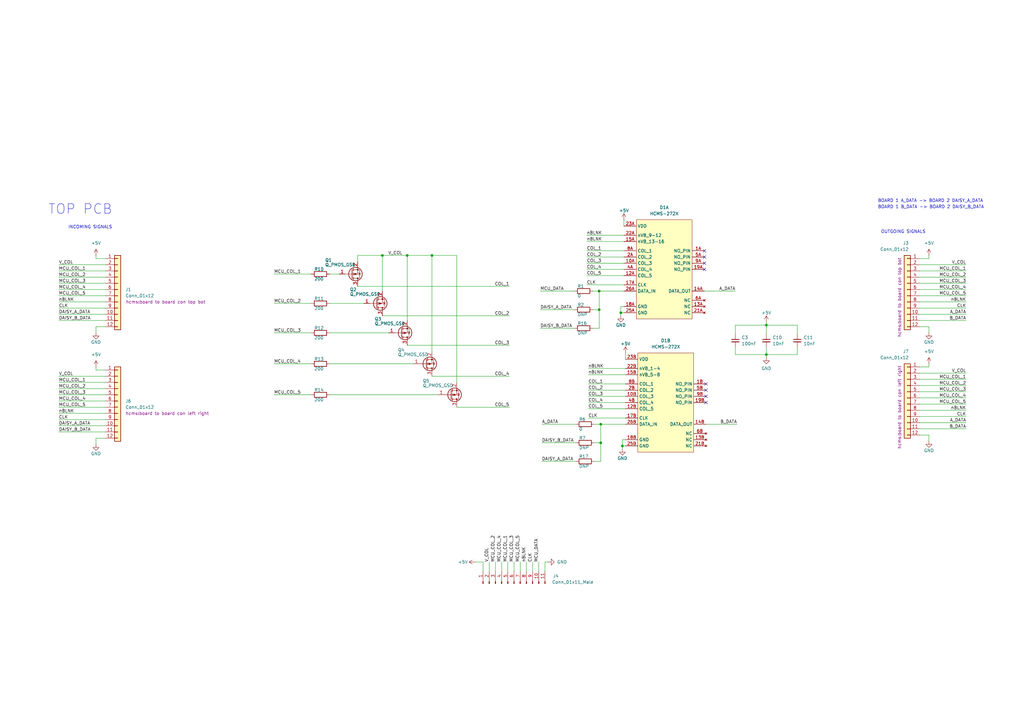
<source format=kicad_sch>
(kicad_sch (version 20211123) (generator eeschema)
  (paper "A3")
  (lib_symbols
    (symbol "Connector:Conn_01x11_Male" (pin_names (offset 1.016) hide)
      (property "Reference" "J" (at 0 15.24 0))
      (property "Value" "Conn_01x11_Male" (at 0 -15.24 0))
      (symbol "Conn_01x11_Male_1_1"
        (polyline (pts (xy 1.27 -12.7) (xy 0.8636 -12.7)) (stroke (width 0.1524)))
        (polyline (pts (xy 1.27 -10.16) (xy 0.8636 -10.16)) (stroke (width 0.1524)))
        (polyline (pts (xy 1.27 -7.62) (xy 0.8636 -7.62)) (stroke (width 0.1524)))
        (polyline (pts (xy 1.27 -5.08) (xy 0.8636 -5.08)) (stroke (width 0.1524)))
        (polyline (pts (xy 1.27 -2.54) (xy 0.8636 -2.54)) (stroke (width 0.1524)))
        (polyline (pts (xy 1.27 0) (xy 0.8636 0)) (stroke (width 0.1524)))
        (polyline (pts (xy 1.27 2.54) (xy 0.8636 2.54)) (stroke (width 0.1524)))
        (polyline (pts (xy 1.27 5.08) (xy 0.8636 5.08)) (stroke (width 0.1524)))
        (polyline (pts (xy 1.27 7.62) (xy 0.8636 7.62)) (stroke (width 0.1524)))
        (polyline (pts (xy 1.27 10.16) (xy 0.8636 10.16)) (stroke (width 0.1524)))
        (polyline (pts (xy 1.27 12.7) (xy 0.8636 12.7)) (stroke (width 0.1524)))
        (rectangle (start 0.8636 -12.573) (end 0 -12.827) (stroke (width 0.1524)) (fill (type outline)))
        (rectangle (start 0.8636 -10.033) (end 0 -10.287) (stroke (width 0.1524)) (fill (type outline)))
        (rectangle (start 0.8636 -7.493) (end 0 -7.747) (stroke (width 0.1524)) (fill (type outline)))
        (rectangle (start 0.8636 -4.953) (end 0 -5.207) (stroke (width 0.1524)) (fill (type outline)))
        (rectangle (start 0.8636 -2.413) (end 0 -2.667) (stroke (width 0.1524)) (fill (type outline)))
        (rectangle (start 0.8636 0.127) (end 0 -0.127) (stroke (width 0.1524)) (fill (type outline)))
        (rectangle (start 0.8636 2.667) (end 0 2.413) (stroke (width 0.1524)) (fill (type outline)))
        (rectangle (start 0.8636 5.207) (end 0 4.953) (stroke (width 0.1524)) (fill (type outline)))
        (rectangle (start 0.8636 7.747) (end 0 7.493) (stroke (width 0.1524)) (fill (type outline)))
        (rectangle (start 0.8636 10.287) (end 0 10.033) (stroke (width 0.1524)) (fill (type outline)))
        (rectangle (start 0.8636 12.827) (end 0 12.573) (stroke (width 0.1524)) (fill (type outline)))
        (pin passive line (at 5.08 12.7 180) (length 3.81) (name "Pin_1") (number "1"))
        (pin passive line (at 5.08 -10.16 180) (length 3.81) (name "Pin_10") (number "10"))
        (pin passive line (at 5.08 -12.7 180) (length 3.81) (name "Pin_11") (number "11"))
        (pin passive line (at 5.08 10.16 180) (length 3.81) (name "Pin_2") (number "2"))
        (pin passive line (at 5.08 7.62 180) (length 3.81) (name "Pin_3") (number "3"))
        (pin passive line (at 5.08 5.08 180) (length 3.81) (name "Pin_4") (number "4"))
        (pin passive line (at 5.08 2.54 180) (length 3.81) (name "Pin_5") (number "5"))
        (pin passive line (at 5.08 0 180) (length 3.81) (name "Pin_6") (number "6"))
        (pin passive line (at 5.08 -2.54 180) (length 3.81) (name "Pin_7") (number "7"))
        (pin passive line (at 5.08 -5.08 180) (length 3.81) (name "Pin_8") (number "8"))
        (pin passive line (at 5.08 -7.62 180) (length 3.81) (name "Pin_9") (number "9"))
      )
    )
    (symbol "Connector_Generic:Conn_01x12" (pin_names (offset 1.016) hide)
      (property "Reference" "J" (at 0 15.24 0))
      (property "Value" "Conn_01x12" (at 0 -17.78 0))
      (symbol "Conn_01x12_1_1"
        (rectangle (start -1.27 -15.113) (end 0 -15.367) (stroke (width 0.1524)))
        (rectangle (start -1.27 -12.573) (end 0 -12.827) (stroke (width 0.1524)))
        (rectangle (start -1.27 -10.033) (end 0 -10.287) (stroke (width 0.1524)))
        (rectangle (start -1.27 -7.493) (end 0 -7.747) (stroke (width 0.1524)))
        (rectangle (start -1.27 -4.953) (end 0 -5.207) (stroke (width 0.1524)))
        (rectangle (start -1.27 -2.413) (end 0 -2.667) (stroke (width 0.1524)))
        (rectangle (start -1.27 0.127) (end 0 -0.127) (stroke (width 0.1524)))
        (rectangle (start -1.27 2.667) (end 0 2.413) (stroke (width 0.1524)))
        (rectangle (start -1.27 5.207) (end 0 4.953) (stroke (width 0.1524)))
        (rectangle (start -1.27 7.747) (end 0 7.493) (stroke (width 0.1524)))
        (rectangle (start -1.27 10.287) (end 0 10.033) (stroke (width 0.1524)))
        (rectangle (start -1.27 12.827) (end 0 12.573) (stroke (width 0.1524)))
        (rectangle (start -1.27 13.97) (end 1.27 -16.51) (stroke (width 0.254)) (fill (type background)))
        (pin passive line (at -5.08 12.7 0) (length 3.81) (name "Pin_1") (number "1"))
        (pin passive line (at -5.08 -10.16 0) (length 3.81) (name "Pin_10") (number "10"))
        (pin passive line (at -5.08 -12.7 0) (length 3.81) (name "Pin_11") (number "11"))
        (pin passive line (at -5.08 -15.24 0) (length 3.81) (name "Pin_12") (number "12"))
        (pin passive line (at -5.08 10.16 0) (length 3.81) (name "Pin_2") (number "2"))
        (pin passive line (at -5.08 7.62 0) (length 3.81) (name "Pin_3") (number "3"))
        (pin passive line (at -5.08 5.08 0) (length 3.81) (name "Pin_4") (number "4"))
        (pin passive line (at -5.08 2.54 0) (length 3.81) (name "Pin_5") (number "5"))
        (pin passive line (at -5.08 0 0) (length 3.81) (name "Pin_6") (number "6"))
        (pin passive line (at -5.08 -2.54 0) (length 3.81) (name "Pin_7") (number "7"))
        (pin passive line (at -5.08 -5.08 0) (length 3.81) (name "Pin_8") (number "8"))
        (pin passive line (at -5.08 -7.62 0) (length 3.81) (name "Pin_9") (number "9"))
      )
    )
    (symbol "Device:C_Small" (pin_numbers hide) (pin_names (offset 0.254) hide)
      (property "Reference" "C" (at 0.254 1.778 0))
      (property "Value" "C_Small" (at 0.254 -2.032 0))
      (symbol "C_Small_0_1"
        (polyline (pts (xy -1.524 -0.508) (xy 1.524 -0.508)) (stroke (width 0.3302)))
        (polyline (pts (xy -1.524 0.508) (xy 1.524 0.508)) (stroke (width 0.3048)))
      )
      (symbol "C_Small_1_1"
        (pin passive line (at 0 2.54 270) (length 2.032) (name "~") (number "1"))
        (pin passive line (at 0 -2.54 90) (length 2.032) (name "~") (number "2"))
      )
    )
    (symbol "Device:Q_PMOS_GSD" (pin_names (offset 0) hide)
      (property "Reference" "Q" (at 5.08 1.27 0))
      (property "Value" "Q_PMOS_GSD" (at 5.08 -1.27 0))
      (symbol "Q_PMOS_GSD_0_1"
        (polyline (pts (xy 0.254 0) (xy -2.54 0)))
        (polyline (pts (xy 0.254 1.905) (xy 0.254 -1.905)) (stroke (width 0.254)))
        (polyline (pts (xy 0.762 -1.27) (xy 0.762 -2.286)) (stroke (width 0.254)))
        (polyline (pts (xy 0.762 0.508) (xy 0.762 -0.508)) (stroke (width 0.254)))
        (polyline (pts (xy 0.762 2.286) (xy 0.762 1.27)) (stroke (width 0.254)))
        (polyline (pts (xy 2.54 2.54) (xy 2.54 1.778)))
        (polyline (pts (xy 2.54 -2.54) (xy 2.54 0) (xy 0.762 0)))
        (polyline (pts (xy 0.762 1.778) (xy 3.302 1.778) (xy 3.302 -1.778) (xy 0.762 -1.778)))
        (polyline (pts (xy 2.286 0) (xy 1.27 0.381) (xy 1.27 -0.381) (xy 2.286 0)) (fill (type outline)))
        (polyline (pts (xy 2.794 -0.508) (xy 2.921 -0.381) (xy 3.683 -0.381) (xy 3.81 -0.254)))
        (polyline (pts (xy 3.302 -0.381) (xy 2.921 0.254) (xy 3.683 0.254) (xy 3.302 -0.381)))
        (circle (center 1.651 0) (radius 2.794) (stroke (width 0.254)))
        (circle (center 2.54 -1.778) (radius 0.254) (fill (type outline)))
        (circle (center 2.54 1.778) (radius 0.254) (fill (type outline)))
      )
      (symbol "Q_PMOS_GSD_1_1"
        (pin input line (at -5.08 0 0) (length 2.54) (name "G") (number "1"))
        (pin passive line (at 2.54 -5.08 90) (length 2.54) (name "S") (number "2"))
        (pin passive line (at 2.54 5.08 270) (length 2.54) (name "D") (number "3"))
      )
    )
    (symbol "Device:R" (pin_numbers hide) (pin_names (offset 0))
      (property "Reference" "R" (at 2.032 0 90))
      (property "Value" "R" (at 0 0 90))
      (symbol "R_0_1"
        (rectangle (start -1.016 -2.54) (end 1.016 2.54) (stroke (width 0.254)))
      )
      (symbol "R_1_1"
        (pin passive line (at 0 3.81 270) (length 1.27) (name "~") (number "1"))
        (pin passive line (at 0 -3.81 90) (length 1.27) (name "~") (number "2"))
      )
    )
    (symbol "hcms_dot_display:HCMS-272X"
      (property "Reference" "D" (at 1.27 41.91 0))
      (property "Value" "HCMS-272X" (at 6.35 -1.27 0))
      (symbol "HCMS-272X_0_1"
        (rectangle (start 0 40.64) (end 22.86 0) (fill (type background)))
      )
      (symbol "HCMS-272X_1_1"
        (pin input line (at -5.08 22.86 0) (length 5.08) (name "COL_3") (number "10A"))
        (pin input line (at -5.08 17.78 0) (length 5.08) (name "COL_5") (number "12A"))
        (pin no_connect line (at 27.94 5.08 180) (length 5.08) (name "NC") (number "13A"))
        (pin output line (at 27.94 11.43 180) (length 5.08) (name "DATA_OUT") (number "14A"))
        (pin input line (at -5.08 31.75 0) (length 5.08) (name "nVB_13-16") (number "15A"))
        (pin input line (at -5.08 13.97 0) (length 5.08) (name "CLK") (number "17A"))
        (pin power_out line (at -5.08 5.08 0) (length 5.08) (name "GND") (number "18A"))
        (pin free line (at 27.94 20.32 180) (length 5.08) (name "NO_PIN") (number "19A"))
        (pin free line (at 27.94 27.94 180) (length 5.08) (name "NO_PIN") (number "1A"))
        (pin no_connect line (at 27.94 2.54 180) (length 5.08) (name "NC") (number "21A"))
        (pin input line (at -5.08 34.29 0) (length 5.08) (name "nVB_9-12") (number "22A"))
        (pin power_in line (at -5.08 38.1 0) (length 5.08) (name "VDD") (number "23A"))
        (pin power_out line (at -5.08 2.54 0) (length 5.08) (name "GND") (number "25A"))
        (pin input line (at -5.08 11.43 0) (length 5.08) (name "DATA_IN") (number "26A"))
        (pin input line (at -5.08 25.4 0) (length 5.08) (name "COL_2") (number "2A"))
        (pin input line (at -5.08 20.32 0) (length 5.08) (name "COL_4") (number "4A"))
        (pin free line (at 27.94 25.4 180) (length 5.08) (name "NO_PIN") (number "5A"))
        (pin no_connect line (at 27.94 7.62 180) (length 5.08) (name "NC") (number "6A"))
        (pin input line (at -5.08 27.94 0) (length 5.08) (name "COL_1") (number "8A"))
        (pin free line (at 27.94 22.86 180) (length 5.08) (name "NO_PIN") (number "9A"))
      )
      (symbol "HCMS-272X_2_1"
        (pin input line (at -5.08 22.86 0) (length 5.08) (name "COL_3") (number "10B"))
        (pin input line (at -5.08 17.78 0) (length 5.08) (name "COL_5") (number "12B"))
        (pin no_connect line (at 27.94 5.08 180) (length 5.08) (name "NC") (number "13B"))
        (pin output line (at 27.94 11.43 180) (length 5.08) (name "DATA_OUT") (number "14B"))
        (pin input line (at -5.08 31.75 0) (length 5.08) (name "nVB_5-8") (number "15B"))
        (pin input line (at -5.08 13.97 0) (length 5.08) (name "CLK") (number "17B"))
        (pin power_out line (at -5.08 5.08 0) (length 5.08) (name "GND") (number "18B"))
        (pin free line (at 27.94 20.32 180) (length 5.08) (name "NO_PIN") (number "19B"))
        (pin free line (at 27.94 27.94 180) (length 5.08) (name "NO_PIN") (number "1B"))
        (pin no_connect line (at 27.94 2.54 180) (length 5.08) (name "NC") (number "21B"))
        (pin input line (at -5.08 34.29 0) (length 5.08) (name "nVB_1-4") (number "22B"))
        (pin power_in line (at -5.08 38.1 0) (length 5.08) (name "VDD") (number "23B"))
        (pin power_out line (at -5.08 2.54 0) (length 5.08) (name "GND") (number "25B"))
        (pin input line (at -5.08 11.43 0) (length 5.08) (name "DATA_IN") (number "26B"))
        (pin input line (at -5.08 25.4 0) (length 5.08) (name "COL_2") (number "2B"))
        (pin input line (at -5.08 20.32 0) (length 5.08) (name "COL_4") (number "4B"))
        (pin free line (at 27.94 25.4 180) (length 5.08) (name "NO_PIN") (number "5B"))
        (pin no_connect line (at 27.94 7.62 180) (length 5.08) (name "NC") (number "6B"))
        (pin input line (at -5.08 27.94 0) (length 5.08) (name "COL_1") (number "8B"))
        (pin free line (at 27.94 22.86 180) (length 5.08) (name "NO_PIN") (number "9B"))
      )
    )
    (symbol "power:+5V" (power) (pin_names (offset 0))
      (property "Value" "+5V" (at 0 3.556 0))
      (symbol "+5V_0_1"
        (polyline (pts (xy -0.762 1.27) (xy 0 2.54)))
        (polyline (pts (xy 0 0) (xy 0 2.54)))
        (polyline (pts (xy 0 2.54) (xy 0.762 1.27)))
      )
      (symbol "+5V_1_1"
        (pin power_in line (at 0 0 90) (length 0) hide (name "+5V") (number "1"))
      )
    )
    (symbol "power:GND" (power) (pin_names (offset 0))
      (property "Value" "GND" (at 0 -3.81 0))
      (symbol "GND_0_1"
        (polyline (pts (xy 0 0) (xy 0 -1.27) (xy 1.27 -1.27) (xy 0 -2.54) (xy -1.27 -1.27) (xy 0 -1.27)))
      )
      (symbol "GND_1_1"
        (pin power_in line (at 0 0 270) (length 0) hide (name "GND") (number "1"))
      )
    )
  )
  (junction (at 246.38 181.61))
  (junction (at 246.38 173.99))
  (junction (at 255.27 182.88))
  (junction (at 314.325 145.415))
  (junction (at 156.845 104.775))
  (junction (at 245.745 127))
  (junction (at 245.745 119.38))
  (junction (at 314.325 133.35))
  (junction (at 177.165 104.775))
  (junction (at 167.005 104.775))
  (junction (at 254.635 128.27))
  (no_connect (at 289.56 165.1))
  (no_connect (at 289.56 160.02))
  (no_connect (at 289.56 157.48))
  (no_connect (at 289.56 162.56))
  (no_connect (at 288.925 110.49))
  (no_connect (at 288.925 102.87))
  (no_connect (at 288.925 107.95))
  (no_connect (at 288.925 105.41))
  (wire (pts (xy 289.56 173.99) (xy 302.26 173.99)))
  (wire (pts (xy 240.665 110.49) (xy 255.905 110.49)))
  (wire (pts (xy 187.325 167.005) (xy 208.915 167.005)))
  (wire (pts (xy 135.255 149.225) (xy 169.545 149.225)))
  (wire (pts (xy 135.255 136.525) (xy 159.385 136.525)))
  (wire (pts (xy 240.665 116.84) (xy 255.905 116.84)))
  (wire (pts (xy 243.84 173.99) (xy 246.38 173.99)))
  (wire (pts (xy 39.37 179.705) (xy 43.18 179.705)))
  (wire (pts (xy 224.79 230.505) (xy 223.52 230.505)))
  (wire (pts (xy 240.665 102.87) (xy 255.905 102.87)))
  (wire (pts (xy 167.005 131.445) (xy 167.005 104.775)))
  (wire (pts (xy 167.005 104.775) (xy 177.165 104.775)))
  (wire (pts (xy 223.52 230.505) (xy 223.52 234.315)))
  (wire (pts (xy 314.325 145.415) (xy 327.025 145.415)))
  (wire (pts (xy 156.845 104.775) (xy 156.845 119.38)))
  (wire (pts (xy 241.3 151.13) (xy 256.54 151.13)))
  (wire (pts (xy 381 178.435) (xy 377.19 178.435)))
  (wire (pts (xy 177.165 154.305) (xy 208.915 154.305)))
  (wire (pts (xy 243.205 134.62) (xy 245.745 134.62)))
  (wire (pts (xy 215.9 234.315) (xy 215.9 230.505)))
  (wire (pts (xy 243.84 181.61) (xy 246.38 181.61)))
  (wire (pts (xy 146.685 104.775) (xy 146.685 107.315)))
  (wire (pts (xy 245.745 119.38) (xy 255.905 119.38)))
  (wire (pts (xy 396.24 155.575) (xy 377.19 155.575)))
  (wire (pts (xy 241.3 153.67) (xy 256.54 153.67)))
  (wire (pts (xy 24.13 123.825) (xy 43.18 123.825)))
  (wire (pts (xy 327.025 137.16) (xy 327.025 133.35)))
  (wire (pts (xy 135.255 112.395) (xy 139.065 112.395)))
  (wire (pts (xy 396.24 123.825) (xy 377.19 123.825)))
  (wire (pts (xy 24.13 159.385) (xy 43.18 159.385)))
  (wire (pts (xy 396.24 116.205) (xy 377.19 116.205)))
  (wire (pts (xy 222.25 181.61) (xy 236.22 181.61)))
  (wire (pts (xy 396.24 163.195) (xy 377.19 163.195)))
  (wire (pts (xy 255.27 182.88) (xy 255.27 184.15)))
  (wire (pts (xy 24.13 128.905) (xy 43.18 128.905)))
  (wire (pts (xy 156.845 104.775) (xy 167.005 104.775)))
  (wire (pts (xy 396.24 170.815) (xy 377.19 170.815)))
  (wire (pts (xy 396.24 131.445) (xy 377.19 131.445)))
  (wire (pts (xy 245.745 127) (xy 245.745 119.38)))
  (wire (pts (xy 314.325 133.35) (xy 301.625 133.35)))
  (wire (pts (xy 39.37 182.245) (xy 39.37 179.705)))
  (wire (pts (xy 24.13 169.545) (xy 43.18 169.545)))
  (wire (pts (xy 112.395 136.525) (xy 127.635 136.525)))
  (wire (pts (xy 396.24 128.905) (xy 377.19 128.905)))
  (wire (pts (xy 24.13 108.585) (xy 43.18 108.585)))
  (wire (pts (xy 222.25 173.99) (xy 236.22 173.99)))
  (wire (pts (xy 167.005 141.605) (xy 208.915 141.605)))
  (wire (pts (xy 396.24 160.655) (xy 377.19 160.655)))
  (wire (pts (xy 314.325 142.24) (xy 314.325 145.415)))
  (wire (pts (xy 240.665 99.06) (xy 255.905 99.06)))
  (wire (pts (xy 135.255 161.925) (xy 179.705 161.925)))
  (wire (pts (xy 43.18 151.765) (xy 39.37 151.765)))
  (wire (pts (xy 396.24 108.585) (xy 377.19 108.585)))
  (wire (pts (xy 24.13 177.165) (xy 43.18 177.165)))
  (wire (pts (xy 396.24 126.365) (xy 377.19 126.365)))
  (wire (pts (xy 396.24 165.735) (xy 377.19 165.735)))
  (wire (pts (xy 112.395 112.395) (xy 127.635 112.395)))
  (wire (pts (xy 301.625 142.24) (xy 301.625 145.415)))
  (wire (pts (xy 243.84 189.23) (xy 246.38 189.23)))
  (wire (pts (xy 220.98 234.315) (xy 220.98 230.505)))
  (wire (pts (xy 246.38 173.99) (xy 256.54 173.99)))
  (wire (pts (xy 221.615 134.62) (xy 235.585 134.62)))
  (wire (pts (xy 210.82 234.315) (xy 210.82 230.505)))
  (wire (pts (xy 39.37 106.045) (xy 39.37 104.775)))
  (wire (pts (xy 112.395 124.46) (xy 127.635 124.46)))
  (wire (pts (xy 246.38 181.61) (xy 246.38 173.99)))
  (wire (pts (xy 24.13 164.465) (xy 43.18 164.465)))
  (wire (pts (xy 24.13 111.125) (xy 43.18 111.125)))
  (wire (pts (xy 221.615 119.38) (xy 235.585 119.38)))
  (wire (pts (xy 112.395 161.925) (xy 127.635 161.925)))
  (wire (pts (xy 200.66 230.505) (xy 200.66 234.315)))
  (wire (pts (xy 177.165 104.775) (xy 187.325 104.775)))
  (wire (pts (xy 240.665 105.41) (xy 255.905 105.41)))
  (wire (pts (xy 241.3 171.45) (xy 256.54 171.45)))
  (wire (pts (xy 187.325 156.845) (xy 187.325 104.775)))
  (wire (pts (xy 255.905 92.71) (xy 255.905 90.17)))
  (wire (pts (xy 24.13 118.745) (xy 43.18 118.745)))
  (wire (pts (xy 39.37 151.765) (xy 39.37 150.495)))
  (wire (pts (xy 396.24 175.895) (xy 377.19 175.895)))
  (wire (pts (xy 243.205 119.38) (xy 245.745 119.38)))
  (wire (pts (xy 327.025 145.415) (xy 327.025 142.24)))
  (wire (pts (xy 24.13 126.365) (xy 43.18 126.365)))
  (wire (pts (xy 314.325 145.415) (xy 314.325 146.685)))
  (wire (pts (xy 241.3 157.48) (xy 256.54 157.48)))
  (wire (pts (xy 198.12 234.315) (xy 198.12 230.505)))
  (wire (pts (xy 396.24 153.035) (xy 377.19 153.035)))
  (wire (pts (xy 146.685 117.475) (xy 208.915 117.475)))
  (wire (pts (xy 24.13 121.285) (xy 43.18 121.285)))
  (wire (pts (xy 240.665 96.52) (xy 255.905 96.52)))
  (wire (pts (xy 39.37 133.985) (xy 43.18 133.985)))
  (wire (pts (xy 24.13 156.845) (xy 43.18 156.845)))
  (wire (pts (xy 241.3 162.56) (xy 256.54 162.56)))
  (wire (pts (xy 396.24 111.125) (xy 377.19 111.125)))
  (wire (pts (xy 241.3 160.02) (xy 256.54 160.02)))
  (wire (pts (xy 256.54 147.32) (xy 256.54 144.78)))
  (wire (pts (xy 255.905 125.73) (xy 254.635 125.73)))
  (wire (pts (xy 24.13 161.925) (xy 43.18 161.925)))
  (wire (pts (xy 396.24 121.285) (xy 377.19 121.285)))
  (wire (pts (xy 256.54 180.34) (xy 255.27 180.34)))
  (wire (pts (xy 218.44 234.315) (xy 218.44 230.505)))
  (wire (pts (xy 255.905 128.27) (xy 254.635 128.27)))
  (wire (pts (xy 146.685 104.775) (xy 156.845 104.775)))
  (wire (pts (xy 221.615 127) (xy 235.585 127)))
  (wire (pts (xy 314.325 132.08) (xy 314.325 133.35)))
  (wire (pts (xy 254.635 128.27) (xy 254.635 129.54)))
  (wire (pts (xy 156.845 129.54) (xy 208.915 129.54)))
  (wire (pts (xy 255.27 180.34) (xy 255.27 182.88)))
  (wire (pts (xy 381 150.495) (xy 381 149.225)))
  (wire (pts (xy 203.2 234.315) (xy 203.2 230.505)))
  (wire (pts (xy 177.165 144.145) (xy 177.165 104.775)))
  (wire (pts (xy 396.24 173.355) (xy 377.19 173.355)))
  (wire (pts (xy 381 180.975) (xy 381 178.435)))
  (wire (pts (xy 208.28 234.315) (xy 208.28 230.505)))
  (wire (pts (xy 377.19 106.045) (xy 381 106.045)))
  (wire (pts (xy 24.13 167.005) (xy 43.18 167.005)))
  (wire (pts (xy 381 106.045) (xy 381 104.775)))
  (wire (pts (xy 381 136.525) (xy 381 133.985)))
  (wire (pts (xy 254.635 125.73) (xy 254.635 128.27)))
  (wire (pts (xy 24.13 174.625) (xy 43.18 174.625)))
  (wire (pts (xy 241.3 165.1) (xy 256.54 165.1)))
  (wire (pts (xy 246.38 189.23) (xy 246.38 181.61)))
  (wire (pts (xy 135.255 124.46) (xy 149.225 124.46)))
  (wire (pts (xy 24.13 131.445) (xy 43.18 131.445)))
  (wire (pts (xy 301.625 133.35) (xy 301.625 137.16)))
  (wire (pts (xy 24.13 116.205) (xy 43.18 116.205)))
  (wire (pts (xy 377.19 150.495) (xy 381 150.495)))
  (wire (pts (xy 205.74 234.315) (xy 205.74 230.505)))
  (wire (pts (xy 396.24 168.275) (xy 377.19 168.275)))
  (wire (pts (xy 241.3 167.64) (xy 256.54 167.64)))
  (wire (pts (xy 243.205 127) (xy 245.745 127)))
  (wire (pts (xy 43.18 106.045) (xy 39.37 106.045)))
  (wire (pts (xy 314.325 133.35) (xy 314.325 137.16)))
  (wire (pts (xy 240.665 107.95) (xy 255.905 107.95)))
  (wire (pts (xy 198.12 230.505) (xy 194.945 230.505)))
  (wire (pts (xy 396.24 113.665) (xy 377.19 113.665)))
  (wire (pts (xy 396.24 158.115) (xy 377.19 158.115)))
  (wire (pts (xy 314.325 133.35) (xy 327.025 133.35)))
  (wire (pts (xy 24.13 172.085) (xy 43.18 172.085)))
  (wire (pts (xy 112.395 149.225) (xy 127.635 149.225)))
  (wire (pts (xy 24.13 154.305) (xy 43.18 154.305)))
  (wire (pts (xy 288.925 119.38) (xy 301.625 119.38)))
  (wire (pts (xy 396.24 118.745) (xy 377.19 118.745)))
  (wire (pts (xy 24.13 113.665) (xy 43.18 113.665)))
  (wire (pts (xy 245.745 127) (xy 245.745 134.62)))
  (wire (pts (xy 301.625 145.415) (xy 314.325 145.415)))
  (wire (pts (xy 381 133.985) (xy 377.19 133.985)))
  (wire (pts (xy 213.36 234.315) (xy 213.36 230.505)))
  (wire (pts (xy 222.25 189.23) (xy 236.22 189.23)))
  (wire (pts (xy 39.37 136.525) (xy 39.37 133.985)))
  (wire (pts (xy 256.54 182.88) (xy 255.27 182.88)))
  (wire (pts (xy 240.665 113.03) (xy 255.905 113.03)))
  (text "BOARD 1 A_DATA -> BOARD 2 DAISY_A_DATA" (at 360.045 83.185 0) (effects (font (size 1.27 1.27)) (justify left bottom)))
  (text "BOARD 1 B_DATA -> BOARD 2 DAISY_B_DATA" (at 360.045 85.725 0) (effects (font (size 1.27 1.27)) (justify left bottom)))
  (text "INCOMING SIGNALS" (at 27.94 93.98 0) (effects (font (size 1.27 1.27)) (justify left bottom)))
  (text "OUTGOING SIGNALS" (at 361.315 95.885 0) (effects (font (size 1.27 1.27)) (justify left bottom)))
  (text "TOP PCB" (at 19.685 88.265 0) (effects (font (size 4 4)) (justify left bottom)))
  (label "V_COL" (at 200.66 230.505 90))
  (label "nBLNK" (at 396.24 168.275 180))
  (label "COL_2" (at 208.915 129.54 180))
  (label "DAISY_A_DATA" (at 221.615 127 0))
  (label "A_DATA" (at 222.25 173.99 0))
  (label "MCU_DATA" (at 221.615 119.38 0))
  (label "DAISY_A_DATA" (at 222.25 189.23 0))
  (label "MCU_COL_3" (at 210.82 230.505 90))
  (label "CLK" (at 241.3 171.45 0))
  (label "A_DATA" (at 301.625 119.38 180))
  (label "CLK" (at 396.24 170.815 180))
  (label "V_COL" (at 165.1 104.775 180))
  (label "DAISY_B_DATA" (at 24.13 131.445 0))
  (label "MCU_COL_4" (at 205.74 230.505 90))
  (label "V_COL" (at 24.13 108.585 0))
  (label "MCU_COL_5" (at 396.24 121.285 180))
  (label "COL_3" (at 240.665 107.95 0))
  (label "MCU_COL_2" (at 24.13 159.385 0))
  (label "A_DATA" (at 396.24 173.355 180))
  (label "MCU_COL_3" (at 396.24 116.205 180))
  (label "MCU_COL_2" (at 24.13 113.665 0))
  (label "MCU_COL_3" (at 396.24 160.655 180))
  (label "CLK" (at 240.665 116.84 0))
  (label "MCU_COL_4" (at 396.24 118.745 180))
  (label "MCU_COL_5" (at 24.13 167.005 0))
  (label "CLK" (at 218.44 230.505 90))
  (label "A_DATA" (at 396.24 128.905 180))
  (label "COL_3" (at 208.915 141.605 180))
  (label "MCU_COL_5" (at 24.13 121.285 0))
  (label "COL_5" (at 240.665 113.03 0))
  (label "nBLNK" (at 24.13 123.825 0))
  (label "MCU_COL_4" (at 24.13 164.465 0))
  (label "MCU_COL_1" (at 396.24 111.125 180))
  (label "MCU_COL_5" (at 112.395 161.925 0))
  (label "MCU_COL_4" (at 112.395 149.225 0))
  (label "MCU_COL_2" (at 396.24 113.665 180))
  (label "MCU_COL_2" (at 396.24 158.115 180))
  (label "DAISY_A_DATA" (at 24.13 128.905 0))
  (label "COL_4" (at 240.665 110.49 0))
  (label "MCU_COL_3" (at 112.395 136.525 0))
  (label "MCU_COL_3" (at 24.13 116.205 0))
  (label "B_DATA" (at 302.26 173.99 180))
  (label "COL_3" (at 241.3 162.56 0))
  (label "MCU_COL_1" (at 24.13 111.125 0))
  (label "nBLNK" (at 240.665 99.06 0))
  (label "DAISY_B_DATA" (at 24.13 177.165 0))
  (label "CLK" (at 24.13 172.085 0))
  (label "MCU_COL_5" (at 213.36 230.505 90))
  (label "nBLNK" (at 240.665 96.52 0))
  (label "CLK" (at 396.24 126.365 180))
  (label "MCU_COL_5" (at 396.24 165.735 180))
  (label "COL_1" (at 241.3 157.48 0))
  (label "B_DATA" (at 396.24 175.895 180))
  (label "COL_2" (at 241.3 160.02 0))
  (label "nBLNK" (at 215.9 230.505 90))
  (label "V_COL" (at 396.24 153.035 180))
  (label "MCU_COL_1" (at 24.13 156.845 0))
  (label "DAISY_B_DATA" (at 221.615 134.62 0))
  (label "MCU_COL_3" (at 24.13 161.925 0))
  (label "DAISY_B_DATA" (at 222.25 181.61 0))
  (label "MCU_COL_1" (at 208.28 230.505 90))
  (label "COL_5" (at 208.915 167.005 180))
  (label "MCU_COL_2" (at 112.395 124.46 0))
  (label "COL_2" (at 240.665 105.41 0))
  (label "COL_1" (at 240.665 102.87 0))
  (label "B_DATA" (at 396.24 131.445 180))
  (label "MCU_COL_2" (at 203.2 230.505 90))
  (label "MCU_COL_4" (at 24.13 118.745 0))
  (label "MCU_COL_1" (at 396.24 155.575 180))
  (label "MCU_COL_1" (at 112.395 112.395 0))
  (label "V_COL" (at 24.13 154.305 0))
  (label "CLK" (at 24.13 126.365 0))
  (label "COL_4" (at 208.915 154.305 180))
  (label "V_COL" (at 396.24 108.585 180))
  (label "MCU_DATA" (at 220.98 230.505 90))
  (label "nBLNK" (at 24.13 169.545 0))
  (label "COL_1" (at 208.915 117.475 180))
  (label "COL_4" (at 241.3 165.1 0))
  (label "nBLNK" (at 396.24 123.825 180))
  (label "nBLNK" (at 241.3 151.13 0))
  (label "nBLNK" (at 241.3 153.67 0))
  (label "DAISY_A_DATA" (at 24.13 174.625 0))
  (label "COL_5" (at 241.3 167.64 0))
  (label "MCU_COL_4" (at 396.24 163.195 180))
  (symbol (lib_id "Device:R") (at 239.395 119.38 270) (unit 1)
    (property "Reference" "R1" (at 236.855 118.11 90) (effects (justify left bottom)))
    (property "Value" "0" (at 236.855 120.65 90) (effects (justify left top)))
    (property "Footprint" "Resistor_SMD:R_0603_1608Metric" (effects hide))
  )
  (symbol (lib_id "Device:R") (at 131.445 112.395 270) (unit 1)
    (property "Reference" "R10" (at 128.905 111.125 90) (effects (justify left bottom)))
    (property "Value" "200" (at 128.905 113.665 90) (effects (justify left top)))
    (property "Footprint" "Resistor_SMD:R_0603_1608Metric" (effects hide))
  )
  (symbol (lib_id "power:+5V") (at 381 104.775 0) (mirror y) (unit 1)
    (property "Reference" "#PWR015" (effects hide))
    (property "Value" "+5V" (at 381 99.695 0))
  )
  (symbol (lib_id "power:GND") (at 254.635 129.54 0) (unit 1)
    (property "Reference" "#PWR0111" (effects hide))
    (property "Value" "GND" (at 254.635 133.35 0))
  )
  (symbol (lib_id "power:+5V") (at 256.54 144.78 0) (unit 1)
    (property "Reference" "#PWR0115" (effects hide))
    (property "Value" "+5V" (at 256.54 140.97 0))
  )
  (symbol (lib_id "power:+5V") (at 39.37 104.775 0) (unit 1)
    (property "Reference" "#PWR013" (effects hide))
    (property "Value" "+5V" (at 39.37 99.695 0))
  )
  (symbol (lib_id "power:GND") (at 314.325 146.685 0) (unit 1)
    (property "Reference" "#PWR07" (effects hide))
    (property "Value" "GND" (at 314.325 151.13 0))
  )
  (symbol (lib_id "Device:R") (at 240.03 181.61 270) (unit 1)
    (property "Reference" "R7" (at 237.49 180.34 90) (effects (justify left bottom)))
    (property "Value" "DNP" (at 237.49 182.88 90) (effects (justify left top)))
    (property "Footprint" "Resistor_SMD:R_0603_1608Metric" (effects hide))
  )
  (symbol (lib_id "Connector:Conn_01x11_Male") (at 210.82 239.395 90) (unit 1)
    (property "Reference" "J4" (at 227.965 236.22 90))
    (property "Value" "Conn_01x11_Male" (at 234.95 238.76 90))
    (property "Footprint" "Connector_PinHeader_2.54mm:PinHeader_1x11_P2.54mm_Vertical" (effects hide))
  )
  (symbol (lib_id "Device:C_Small") (at 301.625 139.7 0) (unit 1)
    (property "Reference" "C3" (at 304.165 138.4362 0) (effects (justify left)))
    (property "Value" "100nF" (at 304.165 140.9762 0) (effects (justify left)))
    (property "Footprint" "Capacitor_SMD:C_0603_1608Metric" (effects hide))
  )
  (symbol (lib_id "Device:C_Small") (at 327.025 139.7 0) (unit 1)
    (property "Reference" "C11" (at 329.565 138.4362 0) (effects (justify left)))
    (property "Value" "10nF" (at 329.565 140.9762 0) (effects (justify left)))
    (property "Footprint" "Capacitor_SMD:C_0603_1608Metric" (effects hide))
  )
  (symbol (lib_id "Device:R") (at 239.395 127 270) (unit 1)
    (property "Reference" "R2" (at 236.855 125.73 90) (effects (justify left bottom)))
    (property "Value" "DNP" (at 236.855 128.27 90) (effects (justify left top)))
    (property "Footprint" "Resistor_SMD:R_0603_1608Metric" (effects hide))
  )
  (symbol (lib_id "Device:R") (at 131.445 149.225 270) (unit 1)
    (property "Reference" "R13" (at 128.905 147.955 90) (effects (justify left bottom)))
    (property "Value" "200" (at 128.905 150.495 90) (effects (justify left top)))
    (property "Footprint" "Resistor_SMD:R_0603_1608Metric" (effects hide))
  )
  (symbol (lib_id "power:+5V") (at 381 149.225 0) (mirror y) (unit 1)
    (property "Reference" "#PWR0118" (effects hide))
    (property "Value" "+5V" (at 381 144.145 0))
  )
  (symbol (lib_id "power:+5V") (at 255.905 90.17 0) (unit 1)
    (property "Reference" "#PWR0112" (effects hide))
    (property "Value" "+5V" (at 255.905 86.36 0))
  )
  (symbol (lib_id "hcms_dot_display:HCMS-272X") (at 260.985 130.81 0) (unit 1)
    (property "Reference" "D1" (at 272.415 85.09 0))
    (property "Value" "HCMS-272X" (at 272.415 87.63 0))
    (property "Footprint" "hcms:HCMS-2722" (effects hide))
    (property "Datasheet" "https://www.datasheets360.com/pdf/9001242893375780333" (effects hide))
    (property "PN" "HCMS-2722" (effects hide))
  )
  (symbol (lib_id "Connector_Generic:Conn_01x12") (at 48.26 118.745 0) (unit 1)
    (property "Reference" "J1" (at 51.435 118.7449 0) (effects (justify left)))
    (property "Value" "Conn_01x12" (at 51.435 121.2849 0) (effects (justify left)))
    (property "Footprint" "hcms:board to board con top bot" (at 67.945 123.825 0))
  )
  (symbol (lib_id "power:+5V") (at 39.37 150.495 0) (unit 1)
    (property "Reference" "#PWR0116" (effects hide))
    (property "Value" "+5V" (at 39.37 145.415 0))
  )
  (symbol (lib_id "power:+5V") (at 314.325 132.08 0) (unit 1)
    (property "Reference" "#PWR05" (effects hide))
    (property "Value" "+5V" (at 314.325 128.27 0))
  )
  (symbol (lib_id "power:GND") (at 381 180.975 0) (mirror y) (unit 1)
    (property "Reference" "#PWR0117" (effects hide))
    (property "Value" "GND" (at 381 184.785 0))
  )
  (symbol (lib_id "power:GND") (at 39.37 136.525 0) (unit 1)
    (property "Reference" "#PWR014" (effects hide))
    (property "Value" "GND" (at 39.37 140.335 0))
  )
  (symbol (lib_id "Device:R") (at 131.445 161.925 270) (unit 1)
    (property "Reference" "R14" (at 128.905 160.655 90) (effects (justify left bottom)))
    (property "Value" "200" (at 128.905 163.195 90) (effects (justify left top)))
    (property "Footprint" "Resistor_SMD:R_0603_1608Metric" (effects hide))
  )
  (symbol (lib_id "power:+5V") (at 194.945 230.505 90) (mirror x) (unit 1)
    (property "Reference" "#PWR0110" (effects hide))
    (property "Value" "+5V" (at 189.865 230.505 90))
  )
  (symbol (lib_id "power:GND") (at 39.37 182.245 0) (unit 1)
    (property "Reference" "#PWR0106" (effects hide))
    (property "Value" "GND" (at 39.37 186.055 0))
  )
  (symbol (lib_id "power:GND") (at 224.79 230.505 90) (unit 1)
    (property "Reference" "#PWR06" (effects hide))
    (property "Value" "GND" (at 230.505 230.505 90))
  )
  (symbol (lib_id "Device:R") (at 239.395 134.62 270) (unit 1)
    (property "Reference" "R16" (at 236.855 133.35 90) (effects (justify left bottom)))
    (property "Value" "DNP" (at 236.855 135.89 90) (effects (justify left top)))
    (property "Footprint" "Resistor_SMD:R_0603_1608Metric" (effects hide))
  )
  (symbol (lib_id "hcms_dot_display:HCMS-272X") (at 261.62 185.42 0) (unit 2)
    (property "Reference" "D1" (at 273.05 139.7 0))
    (property "Value" "HCMS-272X" (at 273.05 142.24 0))
    (property "Footprint" "hcms:HCMS-2722" (effects hide))
    (property "PN" "HCMS-2722" (effects hide))
  )
  (symbol (lib_id "Device:Q_PMOS_GSD") (at 154.305 124.46 0) (mirror x) (unit 1)
    (property "Reference" "Q2" (at 143.51 118.745 0) (effects (justify left)))
    (property "Value" "Q_PMOS_GSD" (at 143.51 120.65 0) (effects (justify left)))
    (property "Footprint" "Package_TO_SOT_SMD:SOT-23" (effects hide))
    (property "PN" "DMP3099L-13" (effects hide))
  )
  (symbol (lib_id "power:GND") (at 381 136.525 0) (mirror y) (unit 1)
    (property "Reference" "#PWR016" (effects hide))
    (property "Value" "GND" (at 381 140.335 0))
  )
  (symbol (lib_id "Device:Q_PMOS_GSD") (at 144.145 112.395 0) (mirror x) (unit 1)
    (property "Reference" "Q1" (at 133.35 106.68 0) (effects (justify left)))
    (property "Value" "Q_PMOS_GSD" (at 133.35 108.585 0) (effects (justify left)))
    (property "Footprint" "Package_TO_SOT_SMD:SOT-23" (effects hide))
    (property "PN" "DMP3099L-13" (effects hide))
  )
  (symbol (lib_id "Connector_Generic:Conn_01x12") (at 372.11 118.745 0) (mirror y) (unit 1)
    (property "Reference" "J3" (at 372.745 99.695 0) (effects (justify left)))
    (property "Value" "Conn_01x12" (at 372.745 102.235 0) (effects (justify left)))
    (property "Footprint" "hcms:board to board con top bot" (at 368.935 121.92 90))
  )
  (symbol (lib_id "Connector_Generic:Conn_01x12") (at 372.11 163.195 0) (mirror y) (unit 1)
    (property "Reference" "J7" (at 372.745 144.145 0) (effects (justify left)))
    (property "Value" "Conn_01x12" (at 372.745 146.685 0) (effects (justify left)))
    (property "Footprint" "hcms:board to board con left right" (at 368.935 167.005 90))
  )
  (symbol (lib_id "Device:Q_PMOS_GSD") (at 184.785 161.925 0) (mirror x) (unit 1)
    (property "Reference" "Q5" (at 173.355 156.21 0) (effects (justify left)))
    (property "Value" "Q_PMOS_GSD" (at 173.355 158.115 0) (effects (justify left)))
    (property "Footprint" "Package_TO_SOT_SMD:SOT-23" (effects hide))
    (property "PN" "DMP3099L-13" (effects hide))
  )
  (symbol (lib_id "Connector_Generic:Conn_01x12") (at 48.26 164.465 0) (unit 1)
    (property "Reference" "J6" (at 51.435 164.4649 0) (effects (justify left)))
    (property "Value" "Conn_01x12" (at 51.435 167.0049 0) (effects (justify left)))
    (property "Footprint" "hcms:board to board con left right" (at 68.58 169.545 0))
  )
  (symbol (lib_id "Device:R") (at 240.03 173.99 270) (unit 1)
    (property "Reference" "R6" (at 237.49 172.72 90) (effects (justify left bottom)))
    (property "Value" "0" (at 237.49 175.26 90) (effects (justify left top)))
    (property "Footprint" "Resistor_SMD:R_0603_1608Metric" (effects hide))
  )
  (symbol (lib_id "Device:R") (at 240.03 189.23 270) (unit 1)
    (property "Reference" "R17" (at 237.49 187.96 90) (effects (justify left bottom)))
    (property "Value" "DNP" (at 237.49 190.5 90) (effects (justify left top)))
    (property "Footprint" "Resistor_SMD:R_0603_1608Metric" (effects hide))
  )
  (symbol (lib_id "Device:Q_PMOS_GSD") (at 164.465 136.525 0) (mirror x) (unit 1)
    (property "Reference" "Q3" (at 153.67 130.81 0) (effects (justify left)))
    (property "Value" "Q_PMOS_GSD" (at 153.67 132.715 0) (effects (justify left)))
    (property "Footprint" "Package_TO_SOT_SMD:SOT-23" (effects hide))
    (property "PN" "DMP3099L-13" (effects hide))
  )
  (symbol (lib_id "power:GND") (at 255.27 184.15 0) (unit 1)
    (property "Reference" "#PWR0114" (effects hide))
    (property "Value" "GND" (at 255.27 187.96 0))
  )
  (symbol (lib_id "Device:C_Small") (at 314.325 139.7 0) (unit 1)
    (property "Reference" "C10" (at 316.865 138.4362 0) (effects (justify left)))
    (property "Value" "10nF" (at 316.865 140.9762 0) (effects (justify left)))
    (property "Footprint" "Capacitor_SMD:C_0603_1608Metric" (effects hide))
  )
  (symbol (lib_id "Device:Q_PMOS_GSD") (at 174.625 149.225 0) (mirror x) (unit 1)
    (property "Reference" "Q4" (at 163.195 143.51 0) (effects (justify left)))
    (property "Value" "Q_PMOS_GSD" (at 163.195 145.415 0) (effects (justify left)))
    (property "Footprint" "Package_TO_SOT_SMD:SOT-23" (effects hide))
    (property "PN" "DMP3099L-13" (effects hide))
  )
  (symbol (lib_id "Device:R") (at 131.445 136.525 270) (unit 1)
    (property "Reference" "R12" (at 128.905 135.255 90) (effects (justify left bottom)))
    (property "Value" "200" (at 128.905 137.795 90) (effects (justify left top)))
    (property "Footprint" "Resistor_SMD:R_0603_1608Metric" (effects hide))
  )
  (symbol (lib_id "Device:R") (at 131.445 124.46 270) (unit 1)
    (property "Reference" "R11" (at 128.905 123.19 90) (effects (justify left bottom)))
    (property "Value" "200" (at 128.905 125.73 90) (effects (justify left top)))
    (property "Footprint" "Resistor_SMD:R_0603_1608Metric" (effects hide))
  )
)
</source>
